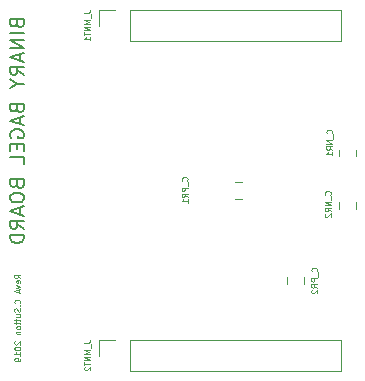
<source format=gbr>
G04 #@! TF.GenerationSoftware,KiCad,Pcbnew,(5.0.0-3-g5ebb6b6)*
G04 #@! TF.CreationDate,2018-12-29T11:49:17+00:00*
G04 #@! TF.ProjectId,BinaryBagelBoard,42696E617279426167656C426F617264,rev?*
G04 #@! TF.SameCoordinates,Original*
G04 #@! TF.FileFunction,Legend,Bot*
G04 #@! TF.FilePolarity,Positive*
%FSLAX46Y46*%
G04 Gerber Fmt 4.6, Leading zero omitted, Abs format (unit mm)*
G04 Created by KiCad (PCBNEW (5.0.0-3-g5ebb6b6)) date Saturday, 29 December 2018 at 11:49:17*
%MOMM*%
%LPD*%
G01*
G04 APERTURE LIST*
%ADD10C,0.125000*%
%ADD11C,0.200000*%
%ADD12C,0.120000*%
%ADD13C,0.050000*%
G04 APERTURE END LIST*
D10*
X96111190Y-69655952D02*
X95873095Y-69489285D01*
X96111190Y-69370238D02*
X95611190Y-69370238D01*
X95611190Y-69560714D01*
X95635000Y-69608333D01*
X95658809Y-69632142D01*
X95706428Y-69655952D01*
X95777857Y-69655952D01*
X95825476Y-69632142D01*
X95849285Y-69608333D01*
X95873095Y-69560714D01*
X95873095Y-69370238D01*
X96087380Y-70060714D02*
X96111190Y-70013095D01*
X96111190Y-69917857D01*
X96087380Y-69870238D01*
X96039761Y-69846428D01*
X95849285Y-69846428D01*
X95801666Y-69870238D01*
X95777857Y-69917857D01*
X95777857Y-70013095D01*
X95801666Y-70060714D01*
X95849285Y-70084523D01*
X95896904Y-70084523D01*
X95944523Y-69846428D01*
X95777857Y-70251190D02*
X96111190Y-70370238D01*
X95777857Y-70489285D01*
X95968333Y-70655952D02*
X95968333Y-70894047D01*
X96111190Y-70608333D02*
X95611190Y-70775000D01*
X96111190Y-70941666D01*
X96063571Y-71775000D02*
X96087380Y-71751190D01*
X96111190Y-71679761D01*
X96111190Y-71632142D01*
X96087380Y-71560714D01*
X96039761Y-71513095D01*
X95992142Y-71489285D01*
X95896904Y-71465476D01*
X95825476Y-71465476D01*
X95730238Y-71489285D01*
X95682619Y-71513095D01*
X95635000Y-71560714D01*
X95611190Y-71632142D01*
X95611190Y-71679761D01*
X95635000Y-71751190D01*
X95658809Y-71775000D01*
X96063571Y-71989285D02*
X96087380Y-72013095D01*
X96111190Y-71989285D01*
X96087380Y-71965476D01*
X96063571Y-71989285D01*
X96111190Y-71989285D01*
X96087380Y-72203571D02*
X96111190Y-72275000D01*
X96111190Y-72394047D01*
X96087380Y-72441666D01*
X96063571Y-72465476D01*
X96015952Y-72489285D01*
X95968333Y-72489285D01*
X95920714Y-72465476D01*
X95896904Y-72441666D01*
X95873095Y-72394047D01*
X95849285Y-72298809D01*
X95825476Y-72251190D01*
X95801666Y-72227380D01*
X95754047Y-72203571D01*
X95706428Y-72203571D01*
X95658809Y-72227380D01*
X95635000Y-72251190D01*
X95611190Y-72298809D01*
X95611190Y-72417857D01*
X95635000Y-72489285D01*
X95777857Y-72917857D02*
X96111190Y-72917857D01*
X95777857Y-72703571D02*
X96039761Y-72703571D01*
X96087380Y-72727380D01*
X96111190Y-72775000D01*
X96111190Y-72846428D01*
X96087380Y-72894047D01*
X96063571Y-72917857D01*
X95777857Y-73084523D02*
X95777857Y-73275000D01*
X95611190Y-73155952D02*
X96039761Y-73155952D01*
X96087380Y-73179761D01*
X96111190Y-73227380D01*
X96111190Y-73275000D01*
X95777857Y-73370238D02*
X95777857Y-73560714D01*
X95611190Y-73441666D02*
X96039761Y-73441666D01*
X96087380Y-73465476D01*
X96111190Y-73513095D01*
X96111190Y-73560714D01*
X96111190Y-73798809D02*
X96087380Y-73751190D01*
X96063571Y-73727380D01*
X96015952Y-73703571D01*
X95873095Y-73703571D01*
X95825476Y-73727380D01*
X95801666Y-73751190D01*
X95777857Y-73798809D01*
X95777857Y-73870238D01*
X95801666Y-73917857D01*
X95825476Y-73941666D01*
X95873095Y-73965476D01*
X96015952Y-73965476D01*
X96063571Y-73941666D01*
X96087380Y-73917857D01*
X96111190Y-73870238D01*
X96111190Y-73798809D01*
X95777857Y-74179761D02*
X96111190Y-74179761D01*
X95825476Y-74179761D02*
X95801666Y-74203571D01*
X95777857Y-74251190D01*
X95777857Y-74322619D01*
X95801666Y-74370238D01*
X95849285Y-74394047D01*
X96111190Y-74394047D01*
X95658809Y-74989285D02*
X95635000Y-75013095D01*
X95611190Y-75060714D01*
X95611190Y-75179761D01*
X95635000Y-75227380D01*
X95658809Y-75251190D01*
X95706428Y-75275000D01*
X95754047Y-75275000D01*
X95825476Y-75251190D01*
X96111190Y-74965476D01*
X96111190Y-75275000D01*
X95611190Y-75584523D02*
X95611190Y-75632142D01*
X95635000Y-75679761D01*
X95658809Y-75703571D01*
X95706428Y-75727380D01*
X95801666Y-75751190D01*
X95920714Y-75751190D01*
X96015952Y-75727380D01*
X96063571Y-75703571D01*
X96087380Y-75679761D01*
X96111190Y-75632142D01*
X96111190Y-75584523D01*
X96087380Y-75536904D01*
X96063571Y-75513095D01*
X96015952Y-75489285D01*
X95920714Y-75465476D01*
X95801666Y-75465476D01*
X95706428Y-75489285D01*
X95658809Y-75513095D01*
X95635000Y-75536904D01*
X95611190Y-75584523D01*
X96111190Y-76227380D02*
X96111190Y-75941666D01*
X96111190Y-76084523D02*
X95611190Y-76084523D01*
X95682619Y-76036904D01*
X95730238Y-75989285D01*
X95754047Y-75941666D01*
X96111190Y-76465476D02*
X96111190Y-76560714D01*
X96087380Y-76608333D01*
X96063571Y-76632142D01*
X95992142Y-76679761D01*
X95896904Y-76703571D01*
X95706428Y-76703571D01*
X95658809Y-76679761D01*
X95635000Y-76655952D01*
X95611190Y-76608333D01*
X95611190Y-76513095D01*
X95635000Y-76465476D01*
X95658809Y-76441666D01*
X95706428Y-76417857D01*
X95825476Y-76417857D01*
X95873095Y-76441666D01*
X95896904Y-76465476D01*
X95920714Y-76513095D01*
X95920714Y-76608333D01*
X95896904Y-76655952D01*
X95873095Y-76679761D01*
X95825476Y-76703571D01*
D11*
X95799285Y-48092857D02*
X95856428Y-48264285D01*
X95913571Y-48321428D01*
X96027857Y-48378571D01*
X96199285Y-48378571D01*
X96313571Y-48321428D01*
X96370714Y-48264285D01*
X96427857Y-48150000D01*
X96427857Y-47692857D01*
X95227857Y-47692857D01*
X95227857Y-48092857D01*
X95285000Y-48207142D01*
X95342142Y-48264285D01*
X95456428Y-48321428D01*
X95570714Y-48321428D01*
X95685000Y-48264285D01*
X95742142Y-48207142D01*
X95799285Y-48092857D01*
X95799285Y-47692857D01*
X96427857Y-48892857D02*
X95227857Y-48892857D01*
X96427857Y-49464285D02*
X95227857Y-49464285D01*
X96427857Y-50150000D01*
X95227857Y-50150000D01*
X96085000Y-50664285D02*
X96085000Y-51235714D01*
X96427857Y-50550000D02*
X95227857Y-50950000D01*
X96427857Y-51350000D01*
X96427857Y-52435714D02*
X95856428Y-52035714D01*
X96427857Y-51750000D02*
X95227857Y-51750000D01*
X95227857Y-52207142D01*
X95285000Y-52321428D01*
X95342142Y-52378571D01*
X95456428Y-52435714D01*
X95627857Y-52435714D01*
X95742142Y-52378571D01*
X95799285Y-52321428D01*
X95856428Y-52207142D01*
X95856428Y-51750000D01*
X95856428Y-53178571D02*
X96427857Y-53178571D01*
X95227857Y-52778571D02*
X95856428Y-53178571D01*
X95227857Y-53578571D01*
X95799285Y-55292857D02*
X95856428Y-55464285D01*
X95913571Y-55521428D01*
X96027857Y-55578571D01*
X96199285Y-55578571D01*
X96313571Y-55521428D01*
X96370714Y-55464285D01*
X96427857Y-55350000D01*
X96427857Y-54892857D01*
X95227857Y-54892857D01*
X95227857Y-55292857D01*
X95285000Y-55407142D01*
X95342142Y-55464285D01*
X95456428Y-55521428D01*
X95570714Y-55521428D01*
X95685000Y-55464285D01*
X95742142Y-55407142D01*
X95799285Y-55292857D01*
X95799285Y-54892857D01*
X96085000Y-56035714D02*
X96085000Y-56607142D01*
X96427857Y-55921428D02*
X95227857Y-56321428D01*
X96427857Y-56721428D01*
X95285000Y-57750000D02*
X95227857Y-57635714D01*
X95227857Y-57464285D01*
X95285000Y-57292857D01*
X95399285Y-57178571D01*
X95513571Y-57121428D01*
X95742142Y-57064285D01*
X95913571Y-57064285D01*
X96142142Y-57121428D01*
X96256428Y-57178571D01*
X96370714Y-57292857D01*
X96427857Y-57464285D01*
X96427857Y-57578571D01*
X96370714Y-57750000D01*
X96313571Y-57807142D01*
X95913571Y-57807142D01*
X95913571Y-57578571D01*
X95799285Y-58321428D02*
X95799285Y-58721428D01*
X96427857Y-58892857D02*
X96427857Y-58321428D01*
X95227857Y-58321428D01*
X95227857Y-58892857D01*
X96427857Y-59978571D02*
X96427857Y-59407142D01*
X95227857Y-59407142D01*
X95799285Y-61692857D02*
X95856428Y-61864285D01*
X95913571Y-61921428D01*
X96027857Y-61978571D01*
X96199285Y-61978571D01*
X96313571Y-61921428D01*
X96370714Y-61864285D01*
X96427857Y-61750000D01*
X96427857Y-61292857D01*
X95227857Y-61292857D01*
X95227857Y-61692857D01*
X95285000Y-61807142D01*
X95342142Y-61864285D01*
X95456428Y-61921428D01*
X95570714Y-61921428D01*
X95685000Y-61864285D01*
X95742142Y-61807142D01*
X95799285Y-61692857D01*
X95799285Y-61292857D01*
X95227857Y-62721428D02*
X95227857Y-62950000D01*
X95285000Y-63064285D01*
X95399285Y-63178571D01*
X95627857Y-63235714D01*
X96027857Y-63235714D01*
X96256428Y-63178571D01*
X96370714Y-63064285D01*
X96427857Y-62950000D01*
X96427857Y-62721428D01*
X96370714Y-62607142D01*
X96256428Y-62492857D01*
X96027857Y-62435714D01*
X95627857Y-62435714D01*
X95399285Y-62492857D01*
X95285000Y-62607142D01*
X95227857Y-62721428D01*
X96085000Y-63692857D02*
X96085000Y-64264285D01*
X96427857Y-63578571D02*
X95227857Y-63978571D01*
X96427857Y-64378571D01*
X96427857Y-65464285D02*
X95856428Y-65064285D01*
X96427857Y-64778571D02*
X95227857Y-64778571D01*
X95227857Y-65235714D01*
X95285000Y-65350000D01*
X95342142Y-65407142D01*
X95456428Y-65464285D01*
X95627857Y-65464285D01*
X95742142Y-65407142D01*
X95799285Y-65350000D01*
X95856428Y-65235714D01*
X95856428Y-64778571D01*
X96427857Y-65978571D02*
X95227857Y-65978571D01*
X95227857Y-66264285D01*
X95285000Y-66435714D01*
X95399285Y-66550000D01*
X95513571Y-66607142D01*
X95742142Y-66664285D01*
X95913571Y-66664285D01*
X96142142Y-66607142D01*
X96256428Y-66550000D01*
X96370714Y-66435714D01*
X96427857Y-66264285D01*
X96427857Y-65978571D01*
D12*
G04 #@! TO.C,C_NR1*
X123115000Y-58793748D02*
X123115000Y-59316252D01*
X124535000Y-58793748D02*
X124535000Y-59316252D01*
G04 #@! TO.C,C_NR2*
X123115000Y-63761252D02*
X123115000Y-63238748D01*
X124535000Y-63761252D02*
X124535000Y-63238748D01*
G04 #@! TO.C,C_PR1*
X114318148Y-61520000D02*
X114840652Y-61520000D01*
X114318148Y-62940000D02*
X114840652Y-62940000D01*
G04 #@! TO.C,C_PR2*
X120090000Y-70111252D02*
X120090000Y-69588748D01*
X118670000Y-70111252D02*
X118670000Y-69588748D01*
G04 #@! TO.C,J_MNT1*
X123250000Y-46930000D02*
X123250000Y-49590000D01*
X105410000Y-46930000D02*
X123250000Y-46930000D01*
X105410000Y-49590000D02*
X123250000Y-49590000D01*
X105410000Y-46930000D02*
X105410000Y-49590000D01*
X104140000Y-46930000D02*
X102810000Y-46930000D01*
X102810000Y-46930000D02*
X102810000Y-48260000D01*
G04 #@! TO.C,J_MNT2*
X102810000Y-74870000D02*
X102810000Y-76200000D01*
X104140000Y-74870000D02*
X102810000Y-74870000D01*
X105410000Y-74870000D02*
X105410000Y-77530000D01*
X105410000Y-77530000D02*
X123250000Y-77530000D01*
X105410000Y-74870000D02*
X123250000Y-74870000D01*
X123250000Y-74870000D02*
X123250000Y-77530000D01*
G04 #@! TO.C,C_NR1*
D13*
X122479571Y-57380285D02*
X122503380Y-57356476D01*
X122527190Y-57285047D01*
X122527190Y-57237428D01*
X122503380Y-57166000D01*
X122455761Y-57118380D01*
X122408142Y-57094571D01*
X122312904Y-57070761D01*
X122241476Y-57070761D01*
X122146238Y-57094571D01*
X122098619Y-57118380D01*
X122051000Y-57166000D01*
X122027190Y-57237428D01*
X122027190Y-57285047D01*
X122051000Y-57356476D01*
X122074809Y-57380285D01*
X122574809Y-57475523D02*
X122574809Y-57856476D01*
X122527190Y-57975523D02*
X122027190Y-57975523D01*
X122527190Y-58261238D01*
X122027190Y-58261238D01*
X122527190Y-58785047D02*
X122289095Y-58618380D01*
X122527190Y-58499333D02*
X122027190Y-58499333D01*
X122027190Y-58689809D01*
X122051000Y-58737428D01*
X122074809Y-58761238D01*
X122122428Y-58785047D01*
X122193857Y-58785047D01*
X122241476Y-58761238D01*
X122265285Y-58737428D01*
X122289095Y-58689809D01*
X122289095Y-58499333D01*
X122527190Y-59261238D02*
X122527190Y-58975523D01*
X122527190Y-59118380D02*
X122027190Y-59118380D01*
X122098619Y-59070761D01*
X122146238Y-59023142D01*
X122170047Y-58975523D01*
G04 #@! TO.C,C_NR2*
X122352571Y-62587285D02*
X122376380Y-62563476D01*
X122400190Y-62492047D01*
X122400190Y-62444428D01*
X122376380Y-62373000D01*
X122328761Y-62325380D01*
X122281142Y-62301571D01*
X122185904Y-62277761D01*
X122114476Y-62277761D01*
X122019238Y-62301571D01*
X121971619Y-62325380D01*
X121924000Y-62373000D01*
X121900190Y-62444428D01*
X121900190Y-62492047D01*
X121924000Y-62563476D01*
X121947809Y-62587285D01*
X122447809Y-62682523D02*
X122447809Y-63063476D01*
X122400190Y-63182523D02*
X121900190Y-63182523D01*
X122400190Y-63468238D01*
X121900190Y-63468238D01*
X122400190Y-63992047D02*
X122162095Y-63825380D01*
X122400190Y-63706333D02*
X121900190Y-63706333D01*
X121900190Y-63896809D01*
X121924000Y-63944428D01*
X121947809Y-63968238D01*
X121995428Y-63992047D01*
X122066857Y-63992047D01*
X122114476Y-63968238D01*
X122138285Y-63944428D01*
X122162095Y-63896809D01*
X122162095Y-63706333D01*
X121947809Y-64182523D02*
X121924000Y-64206333D01*
X121900190Y-64253952D01*
X121900190Y-64373000D01*
X121924000Y-64420619D01*
X121947809Y-64444428D01*
X121995428Y-64468238D01*
X122043047Y-64468238D01*
X122114476Y-64444428D01*
X122400190Y-64158714D01*
X122400190Y-64468238D01*
G04 #@! TO.C,C_PR1*
X110224071Y-61392690D02*
X110247880Y-61368880D01*
X110271690Y-61297452D01*
X110271690Y-61249833D01*
X110247880Y-61178404D01*
X110200261Y-61130785D01*
X110152642Y-61106976D01*
X110057404Y-61083166D01*
X109985976Y-61083166D01*
X109890738Y-61106976D01*
X109843119Y-61130785D01*
X109795500Y-61178404D01*
X109771690Y-61249833D01*
X109771690Y-61297452D01*
X109795500Y-61368880D01*
X109819309Y-61392690D01*
X110319309Y-61487928D02*
X110319309Y-61868880D01*
X110271690Y-61987928D02*
X109771690Y-61987928D01*
X109771690Y-62178404D01*
X109795500Y-62226023D01*
X109819309Y-62249833D01*
X109866928Y-62273642D01*
X109938357Y-62273642D01*
X109985976Y-62249833D01*
X110009785Y-62226023D01*
X110033595Y-62178404D01*
X110033595Y-61987928D01*
X110271690Y-62773642D02*
X110033595Y-62606976D01*
X110271690Y-62487928D02*
X109771690Y-62487928D01*
X109771690Y-62678404D01*
X109795500Y-62726023D01*
X109819309Y-62749833D01*
X109866928Y-62773642D01*
X109938357Y-62773642D01*
X109985976Y-62749833D01*
X110009785Y-62726023D01*
X110033595Y-62678404D01*
X110033595Y-62487928D01*
X110271690Y-63249833D02*
X110271690Y-62964119D01*
X110271690Y-63106976D02*
X109771690Y-63106976D01*
X109843119Y-63059357D01*
X109890738Y-63011738D01*
X109914547Y-62964119D01*
G04 #@! TO.C,C_PR2*
X121208571Y-69076190D02*
X121232380Y-69052380D01*
X121256190Y-68980952D01*
X121256190Y-68933333D01*
X121232380Y-68861904D01*
X121184761Y-68814285D01*
X121137142Y-68790476D01*
X121041904Y-68766666D01*
X120970476Y-68766666D01*
X120875238Y-68790476D01*
X120827619Y-68814285D01*
X120780000Y-68861904D01*
X120756190Y-68933333D01*
X120756190Y-68980952D01*
X120780000Y-69052380D01*
X120803809Y-69076190D01*
X121303809Y-69171428D02*
X121303809Y-69552380D01*
X121256190Y-69671428D02*
X120756190Y-69671428D01*
X120756190Y-69861904D01*
X120780000Y-69909523D01*
X120803809Y-69933333D01*
X120851428Y-69957142D01*
X120922857Y-69957142D01*
X120970476Y-69933333D01*
X120994285Y-69909523D01*
X121018095Y-69861904D01*
X121018095Y-69671428D01*
X121256190Y-70457142D02*
X121018095Y-70290476D01*
X121256190Y-70171428D02*
X120756190Y-70171428D01*
X120756190Y-70361904D01*
X120780000Y-70409523D01*
X120803809Y-70433333D01*
X120851428Y-70457142D01*
X120922857Y-70457142D01*
X120970476Y-70433333D01*
X120994285Y-70409523D01*
X121018095Y-70361904D01*
X121018095Y-70171428D01*
X120803809Y-70647619D02*
X120780000Y-70671428D01*
X120756190Y-70719047D01*
X120756190Y-70838095D01*
X120780000Y-70885714D01*
X120803809Y-70909523D01*
X120851428Y-70933333D01*
X120899047Y-70933333D01*
X120970476Y-70909523D01*
X121256190Y-70623809D01*
X121256190Y-70933333D01*
G04 #@! TO.C,J_MNT1*
X101536190Y-47164761D02*
X101893333Y-47164761D01*
X101964761Y-47140952D01*
X102012380Y-47093333D01*
X102036190Y-47021904D01*
X102036190Y-46974285D01*
X102083809Y-47283809D02*
X102083809Y-47664761D01*
X102036190Y-47783809D02*
X101536190Y-47783809D01*
X101893333Y-47950476D01*
X101536190Y-48117142D01*
X102036190Y-48117142D01*
X102036190Y-48355238D02*
X101536190Y-48355238D01*
X102036190Y-48640952D01*
X101536190Y-48640952D01*
X101536190Y-48807619D02*
X101536190Y-49093333D01*
X102036190Y-48950476D02*
X101536190Y-48950476D01*
X102036190Y-49521904D02*
X102036190Y-49236190D01*
X102036190Y-49379047D02*
X101536190Y-49379047D01*
X101607619Y-49331428D01*
X101655238Y-49283809D01*
X101679047Y-49236190D01*
G04 #@! TO.C,J_MNT2*
X101536190Y-75104761D02*
X101893333Y-75104761D01*
X101964761Y-75080952D01*
X102012380Y-75033333D01*
X102036190Y-74961904D01*
X102036190Y-74914285D01*
X102083809Y-75223809D02*
X102083809Y-75604761D01*
X102036190Y-75723809D02*
X101536190Y-75723809D01*
X101893333Y-75890476D01*
X101536190Y-76057142D01*
X102036190Y-76057142D01*
X102036190Y-76295238D02*
X101536190Y-76295238D01*
X102036190Y-76580952D01*
X101536190Y-76580952D01*
X101536190Y-76747619D02*
X101536190Y-77033333D01*
X102036190Y-76890476D02*
X101536190Y-76890476D01*
X101583809Y-77176190D02*
X101560000Y-77200000D01*
X101536190Y-77247619D01*
X101536190Y-77366666D01*
X101560000Y-77414285D01*
X101583809Y-77438095D01*
X101631428Y-77461904D01*
X101679047Y-77461904D01*
X101750476Y-77438095D01*
X102036190Y-77152380D01*
X102036190Y-77461904D01*
G04 #@! TD*
M02*

</source>
